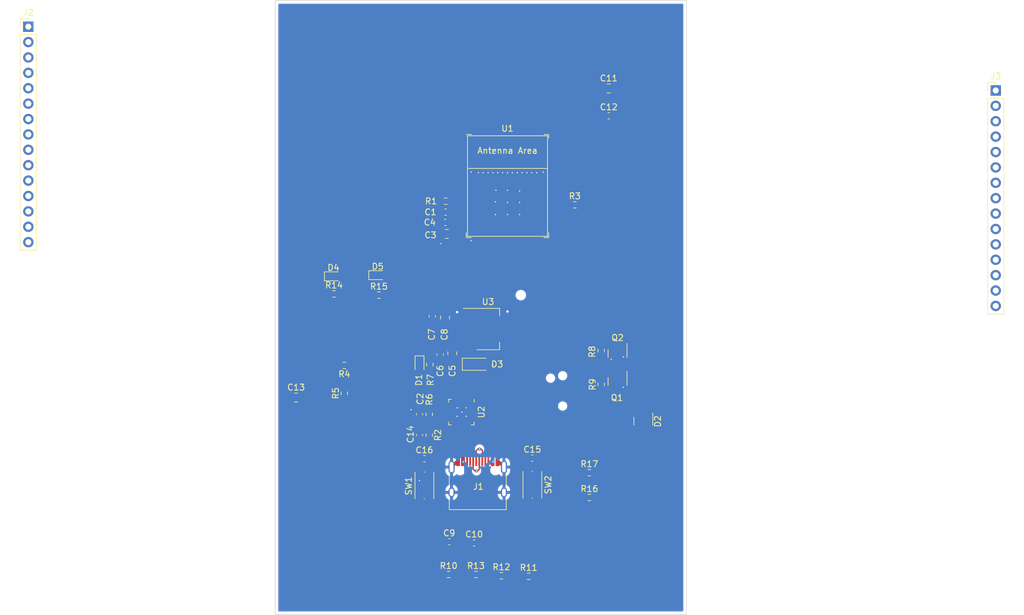
<source format=kicad_pcb>
(kicad_pcb (version 20211014) (generator pcbnew)
  (layers (0 "F.Cu" signal) (31 "B.Cu" signal) (34 "B.Paste" user) (35 "F.Paste" user) (36 "B.SilkS" user "B.Silkscreen") (37 "F.SilkS" user "F.Silkscreen") (38 "B.Mask" user) (39 "F.Mask" user) (44 "Edge.Cuts" user))
  (net 0 "")
  (net 1 "/CHIP_PU")
  (net 2 "Earth")
  (net 3 "Net-(R5-Pad2)")
  (net 4 "VDD_3V3")
  (net 5 "VDD_5V")
  (net 6 "/GPIO18")
  (net 7 "/GPIO19")
  (net 8 "VBUS_5V")
  (net 9 "/GPIO9")
  (net 10 "Net-(D1-Pad2)")
  (net 11 "/D-")
  (net 12 "/D+")
  (net 13 "Net-(D4-Pad1)")
  (net 14 "Net-(D4-Pad2)")
  (net 15 "Net-(D5-Pad1)")
  (net 16 "Net-(D5-Pad2)")
  (net 17 "Net-(J1-PadA5)")
  (net 18 "Net-(J1-PadB5)")
  (net 19 "/GPIO2")
  (net 20 "/GPIO3")
  (net 21 "/GPIO0")
  (net 23 "/GPIO1")
  (net 24 "/GPIO10")
  (net 25 "/U0TXD")
  (net 27 "/U0RXD")
  (net 28 "/GPIO8")
  (net 29 "/GPIO7")
  (net 30 "/GPIO6")
  (net 31 "/GPIO5")
  (net 32 "/GPIO4")
  (net 33 "Net-(Q1-Pad1)")
  (net 34 "/RTS")
  (net 35 "Net-(Q2-Pad1)")
  (net 36 "/DTR")
  (net 37 "Net-(R2-Pad2)")
  (net 38 "Net-(R4-Pad1)")
  (net 39 "/USB_DN")
  (net 40 "/USB_DP")
  (footprint "Diode_SMD:D_0603_1608Metric" (layer "F.Cu") (at 106.1 74.7)
    (fp_text reference "D4" (at 0 -1.43) (layer "F.SilkS"))
    (fp_text value "RX_LED")
    (pad "1" smd roundrect (at -0.7875 0) (size 0.875 0.95) (layers "F.Cu" "F.Paste" "F.Mask") (net 13 "Net-(D4-Pad1)"))
    (pad "2" smd roundrect (at 0.7875 0) (size 0.875 0.95) (layers "F.Cu" "F.Paste" "F.Mask") (net 14 "Net-(D4-Pad2)"))
  )
  (footprint "Resistor_SMD:R_0603_1608Metric" (layer "F.Cu") (at 133.8 124.1)
    (fp_text reference "R12" (at 0 -1.43) (layer "F.SilkS"))
    (fp_text value "0")
    (pad "1" smd roundrect (at -0.825 0) (size 0.8 0.95) (layers "F.Cu" "F.Paste" "F.Mask") (net 12 "/D+"))
    (pad "2" smd roundrect (at 0.825 0) (size 0.8 0.95) (layers "F.Cu" "F.Paste" "F.Mask") (net 7 "/GPIO19"))
  )
  (footprint "Capacitor_SMD:C_0603_1608Metric" (layer "F.Cu") (at 124.55 65.8 180)
    (fp_text reference "C4" (at 2.55 0) (layer "F.SilkS"))
    (fp_text value "0.1uF")
    (pad "1" smd roundrect (at -0.775 0 180) (size 0.9 0.95) (layers "F.Cu" "F.Paste" "F.Mask") (net 4 "VDD_3V3"))
    (pad "2" smd roundrect (at 0.775 0 180) (size 0.9 0.95) (layers "F.Cu" "F.Paste" "F.Mask") (net 2 "Earth"))
  )
  (footprint "Resistor_SMD:R_0603_1608Metric" (layer "F.Cu") (at 121.9 100.9 -90)
    (fp_text reference "R2" (at 0 -1.43 90) (layer "F.SilkS"))
    (fp_text value "1k")
    (pad "1" smd roundrect (at -0.825 0 270) (size 0.8 0.95) (layers "F.Cu" "F.Paste" "F.Mask") (net 4 "VDD_3V3"))
    (pad "2" smd roundrect (at 0.825 0 270) (size 0.8 0.95) (layers "F.Cu" "F.Paste" "F.Mask") (net 37 "Net-(R2-Pad2)"))
  )
  (footprint "Capacitor_SMD:C_0603_1608Metric" (layer "F.Cu") (at 121.1 104.8)
    (fp_text reference "C16" (at 0 -1.43) (layer "F.SilkS"))
    (fp_text value "0.1uF")
    (pad "1" smd roundrect (at -0.775 0) (size 0.9 0.95) (layers "F.Cu" "F.Paste" "F.Mask") (net 2 "Earth"))
    (pad "2" smd roundrect (at 0.775 0) (size 0.9 0.95) (layers "F.Cu" "F.Paste" "F.Mask") (net 9 "/GPIO9"))
  )
  (footprint "Package_TO_SOT_SMD:SOT-23" (layer "F.Cu") (at 152.95 92.0375 -90)
    (fp_text reference "Q1" (at 2.7 0.1) (layer "F.SilkS"))
    (fp_text value "MMSS8050")
    (pad "1" smd roundrect (at -0.9375 -0.95 270) (size 1.475 0.6) (layers "F.Cu" "F.Paste" "F.Mask") (net 33 "Net-(Q1-Pad1)"))
    (pad "2" smd roundrect (at -0.9375 0.95 270) (size 1.475 0.6) (layers "F.Cu" "F.Paste" "F.Mask") (net 34 "/RTS"))
    (pad "3" smd roundrect (at 0.9375 0 270) (size 1.475 0.6) (layers "F.Cu" "F.Paste" "F.Mask") (net 1 "/CHIP_PU"))
  )
  (footprint "Connector_USB:USB_C_Receptacle_HRO_TYPE-C-31-M-12" (layer "F.Cu") (at 129.9 109.3)
    (fp_text reference "J1" (at 0.1 0.1) (layer "F.SilkS"))
    (fp_text value "USB_C_Receptacle_USB2.0")
    (pad "" np_thru_hole circle (at -2.89 -2.6) (size 0.65 0.65) (drill 0.65) (layers *.Cu *.Mask))
    (pad "" np_thru_hole circle (at 2.89 -2.6) (size 0.65 0.65) (drill 0.65) (layers *.Cu *.Mask))
    (pad "A1" smd rect (at -3.25 -4.045) (size 0.6 1.45) (layers "F.Cu" "F.Paste" "F.Mask") (net 2 "Earth"))
    (pad "A4" smd rect (at -2.45 -4.045) (size 0.6 1.45) (layers "F.Cu" "F.Paste" "F.Mask") (net 8 "VBUS_5V"))
    (pad "A5" smd rect (at -1.25 -4.045) (size 0.3 1.45) (layers "F.Cu" "F.Paste" "F.Mask") (net 17 "Net-(J1-PadA5)"))
    (pad "A6" smd rect (at -0.25 -4.045) (size 0.3 1.45) (layers "F.Cu" "F.Paste" "F.Mask") (net 12 "/D+"))
    (pad "A7" smd rect (at 0.25 -4.045) (size 0.3 1.45) (layers "F.Cu" "F.Paste" "F.Mask") (net 11 "/D-"))
    (pad "A8" smd rect (at 1.25 -4.045) (size 0.3 1.45) (layers "F.Cu" "F.Paste" "F.Mask"))
    (pad "A9" smd rect (at 2.45 -4.045) (size 0.6 1.45) (layers "F.Cu" "F.Paste" "F.Mask") (net 8 "VBUS_5V"))
    (pad "A12" smd rect (at 3.25 -4.045) (size 0.6 1.45) (layers "F.Cu" "F.Paste" "F.Mask") (net 2 "Earth"))
    (pad "B1" smd rect (at 3.25 -4.045) (size 0.6 1.45) (layers "F.Cu" "F.Paste" "F.Mask") (net 2 "Earth"))
    (pad "B4" smd rect (at 2.45 -4.045) (size 0.6 1.45) (layers "F.Cu" "F.Paste" "F.Mask") (net 8 "VBUS_5V"))
    (pad "B5" smd rect (at 1.75 -4.045) (size 0.3 1.45) (layers "F.Cu" "F.Paste" "F.Mask") (net 18 "Net-(J1-PadB5)"))
    (pad "B6" smd rect (at 0.75 -4.045) (size 0.3 1.45) (layers "F.Cu" "F.Paste" "F.Mask") (net 12 "/D+"))
    (pad "B7" smd rect (at -0.75 -4.045) (size 0.3 1.45) (layers "F.Cu" "F.Paste" "F.Mask") (net 11 "/D-"))
    (pad "B8" smd rect (at -1.75 -4.045) (size 0.3 1.45) (layers "F.Cu" "F.Paste" "F.Mask"))
    (pad "B9" smd rect (at -2.45 -4.045) (size 0.6 1.45) (layers "F.Cu" "F.Paste" "F.Mask") (net 8 "VBUS_5V"))
    (pad "B12" smd rect (at -3.25 -4.045) (size 0.6 1.45) (layers "F.Cu" "F.Paste" "F.Mask") (net 2 "Earth"))
    (pad "S1" thru_hole oval (at 4.32 1.05) (size 1 1.6) (drill oval 0.6 1.2) (layers *.Cu *.Mask) (net 2 "Earth"))
    (pad "S1" thru_hole oval (at -4.32 1.05) (size 1 1.6) (drill oval 0.6 1.2) (layers *.Cu *.Mask) (net 2 "Earth"))
    (pad "S1" thru_hole oval (at 4.32 -3.13) (size 1 2.1) (drill oval 0.6 1.7) (layers *.Cu *.Mask) (net 2 "Earth"))
    (pad "S1" thru_hole oval (at -4.32 -3.13) (size 1 2.1) (drill oval 0.6 1.7) (layers *.Cu *.Mask) (net 2 "Earth"))
  )
  (footprint "Diode_SMD:D_0603_1608Metric" (layer "F.Cu") (at 113.4125 74.5)
    (fp_text reference "D5" (at 0 -1.43) (layer "F.SilkS"))
    (fp_text value "TX_LED")
    (pad "1" smd roundrect (at -0.7875 0) (size 0.875 0.95) (layers "F.Cu" "F.Paste" "F.Mask") (net 15 "Net-(D5-Pad1)"))
    (pad "2" smd roundrect (at 0.7875 0) (size 0.875 0.95) (layers "F.Cu" "F.Paste" "F.Mask") (net 16 "Net-(D5-Pad2)"))
  )
  (footprint "Package_DFN_QFN:QFN-24-1EP_4x4mm_P0.5mm_EP2.6x2.6mm" (layer "F.Cu") (at 127.2 97.1 -90)
    (fp_text reference "U2" (at 0 -3.3 90) (layer "F.SilkS"))
    (fp_text value "CP2102N-Axx-xQFN24")
    (pad "1" smd roundrect (at -1.9375 -1.25 270) (size 0.825 0.25) (layers "F.Cu" "F.Paste" "F.Mask"))
    (pad "2" smd roundrect (at -1.9375 -0.75 270) (size 0.825 0.25) (layers "F.Cu" "F.Paste" "F.Mask") (net 2 "Earth"))
    (pad "3" smd roundrect (at -1.9375 -0.25 270) (size 0.825 0.25) (layers "F.Cu" "F.Paste" "F.Mask") (net 40 "/USB_DP"))
    (pad "4" smd roundrect (at -1.9375 0.25 270) (size 0.825 0.25) (layers "F.Cu" "F.Paste" "F.Mask") (net 39 "/USB_DN"))
    (pad "5" smd roundrect (at -1.9375 0.75 270) (size 0.825 0.25) (layers "F.Cu" "F.Paste" "F.Mask") (net 4 "VDD_3V3"))
    (pad "6" smd roundrect (at -1.9375 1.25 270) (size 0.825 0.25) (layers "F.Cu" "F.Paste" "F.Mask") (net 4 "VDD_3V3"))
    (pad "7" smd roundrect (at -1.25 1.9375 270) (size 0.25 0.825) (layers "F.Cu" "F.Paste" "F.Mask") (net 8 "VBUS_5V"))
    (pad "8" smd roundrect (at -0.75 1.9375 270) (size 0.25 0.825) (layers "F.Cu" "F.Paste" "F.Mask") (net 3 "Net-(R5-Pad2)"))
    (pad "9" smd roundrect (at -0.25 1.9375 270) (size 0.25 0.825) (layers "F.Cu" "F.Paste" "F.Mask") (net 37 "Net-(R2-Pad2)"))
    (pad "10" smd roundrect (at 0.25 1.9375 270) (size 0.25 0.825) (layers "F.Cu" "F.Paste" "F.Mask"))
    (pad "11" smd roundrect (at 0.75 1.9375 270) (size 0.25 0.825) (layers "F.Cu" "F.Paste" "F.Mask"))
    (pad "12" smd roundrect (at 1.25 1.9375 270) (size 0.25 0.825) (layers "F.Cu" "F.Paste" "F.Mask"))
    (pad "13" smd roundrect (at 1.9375 1.25 270) (size 0.825 0.25) (layers "F.Cu" "F.Paste" "F.Mask") (net 13 "Net-(D4-Pad1)"))
    (pad "14" smd roundrect (at 1.9375 0.75 270) (size 0.825 0.25) (layers "F.Cu" "F.Paste" "F.Mask") (net 15 "Net-(D5-Pad1)"))
    (pad "15" smd roundrect (at 1.9375 0.25 270) (size 0.825 0.25) (layers "F.Cu" "F.Paste" "F.Mask") (net 38 "Net-(R4-Pad1)"))
    (pad "16" smd roundrect (at 1.9375 -0.25 270) (size 0.825 0.25) (layers "F.Cu" "F.Paste" "F.Mask"))
    (pad "17" smd roundrect (at 1.9375 -0.75 270) (size 0.825 0.25) (layers "F.Cu" "F.Paste" "F.Mask"))
    (pad "18" smd roundrect (at 1.9375 -1.25 270) (size 0.825 0.25) (layers "F.Cu" "F.Paste" "F.Mask"))
    (pad "19" smd roundrect (at 1.25 -1.9375 270) (size 0.25 0.825) (layers "F.Cu" "F.Paste" "F.Mask") (net 34 "/RTS"))
    (pad "20" smd roundrect (at 0.75 -1.9375 270) (size 0.25 0.825) (layers "F.Cu" "F.Paste" "F.Mask") (net 25 "/U0TXD"))
    (pad "21" smd roundrect (at 0.25 -1.9375 270) (size 0.25 0.825) (layers "F.Cu" "F.Paste" "F.Mask") (net 27 "/U0RXD"))
    (pad "22" smd roundrect (at -0.25 -1.9375 270) (size 0.25 0.825) (layers "F.Cu" "F.Paste" "F.Mask"))
    (pad "23" smd roundrect (at -0.75 -1.9375 270) (size 0.25 0.825) (layers "F.Cu" "F.Paste" "F.Mask") (net 36 "/DTR"))
    (pad "24" smd roundrect (at -1.25 -1.9375 270) (size 0.25 0.825) (layers "F.Cu" "F.Paste" "F.Mask"))
    (pad "25" smd rect (at 0 0 270) (size 2.6 2.6) (layers "F.Cu" "F.Mask") (net 2 "Earth"))
  )
  (footprint "Diode_SMD:D_SOD-123" (layer "F.Cu") (at 129.6 89.2)
    (fp_text reference "D3" (at 3.5 0) (layer "F.SilkS"))
    (fp_text value "SS1040")
    (pad "1" smd rect (at -1.65 0) (size 0.9 1.2) (layers "F.Cu" "F.Paste" "F.Mask") (net 5 "VDD_5V"))
    (pad "2" smd rect (at 1.65 0) (size 0.9 1.2) (layers "F.Cu" "F.Paste" "F.Mask") (net 8 "VBUS_5V"))
  )
  (footprint "Capacitor_SMD:C_0805_2012Metric" (layer "F.Cu") (at 151.5 43.7)
    (fp_text reference "C11" (at 0 -1.68) (layer "F.SilkS"))
    (fp_text value "10uF")
    (pad "1" smd roundrect (at -0.95 0) (size 1 1.45) (layers "F.Cu" "F.Paste" "F.Mask") (net 8 "VBUS_5V"))
    (pad "2" smd roundrect (at 0.95 0) (size 1 1.45) (layers "F.Cu" "F.Paste" "F.Mask") (net 2 "Earth"))
  )
  (footprint "Diode_SMD:D_0603_1608Metric" (layer "F.Cu") (at 120.3 89.3125 -90)
    (fp_text reference "D1" (at 2.4875 0.1 90) (layer "F.SilkS"))
    (fp_text value "PWR_LED")
    (pad "1" smd roundrect (at -0.7875 0 270) (size 0.875 0.95) (layers "F.Cu" "F.Paste" "F.Mask") (net 2 "Earth"))
    (pad "2" smd roundrect (at 0.7875 0 270) (size 0.875 0.95) (layers "F.Cu" "F.Paste" "F.Mask") (net 10 "Net-(D1-Pad2)"))
  )
  (footprint "Capacitor_SMD:C_0603_1608Metric" (layer "F.Cu") (at 125.2 118.5)
    (fp_text reference "C9" (at 0 -1.43) (layer "F.SilkS"))
    (fp_text value "22pF")
    (pad "1" smd roundrect (at -0.775 0) (size 0.9 0.95) (layers "F.Cu" "F.Paste" "F.Mask") (net 6 "/GPIO18"))
    (pad "2" smd roundrect (at 0.775 0) (size 0.9 0.95) (layers "F.Cu" "F.Paste" "F.Mask") (net 2 "Earth"))
  )
  (footprint "Resistor_SMD:R_0603_1608Metric" (layer "F.Cu") (at 107.9 89.4 180)
    (fp_text reference "R4" (at 0 -1.43) (layer "F.SilkS"))
    (fp_text value "10k")
    (pad "1" smd roundrect (at -0.825 0 180) (size 0.8 0.95) (layers "F.Cu" "F.Paste" "F.Mask") (net 38 "Net-(R4-Pad1)"))
    (pad "2" smd roundrect (at 0.825 0 180) (size 0.8 0.95) (layers "F.Cu" "F.Paste" "F.Mask") (net 2 "Earth"))
  )
  (footprint "Espressif:ESP32-C3-MINI-1" (layer "F.Cu") (at 134.8 62.5)
    (fp_text reference "U1" (at 0 -12.2) (layer "F.SilkS"))
    (fp_text value "ESP32-C3-MINI-1")
    (fp_text user "Antenna Area" (at 0 -8.55) (layer "F.SilkS"))
    (pad "1" smd rect (at -5.9 -4 90) (size 0.4 0.8) (layers "F.Cu" "F.Paste" "F.Mask") (net 2 "Earth"))
    (pad "2" smd rect (at -5.9 -3.2 90) (size 0.4 0.8) (layers "F.Cu" "F.Paste" "F.Mask") (net 2 "Earth"))
    (pad "3" smd rect (at -5.9 -2.4 90) (size 0.4 0.8) (layers "F.Cu" "F.Paste" "F.Mask") (net 4 "VDD_3V3"))
    (pad "4" smd rect (at -5.9 -1.6 90) (size 0.4 0.8) (layers "F.Cu" "F.Paste" "F.Mask"))
    (pad "5" smd rect (at -5.9 -0.8 90) (size 0.4 0.8) (layers "F.Cu" "F.Paste" "F.Mask") (net 19 "/GPIO2"))
    (pad "6" smd rect (at -5.9 0 90) (size 0.4 0.8) (layers "F.Cu" "F.Paste" "F.Mask") (net 20 "/GPIO3"))
    (pad "7" smd rect (at -5.9 0.8 90) (size 0.4 0.8) (layers "F.Cu" "F.Paste" "F.Mask"))
    (pad "8" smd rect (at -5.9 1.6 90) (size 0.4 0.8) (layers "F.Cu" "F.Paste" "F.Mask") (net 1 "/CHIP_PU"))
    (pad "9" smd rect (at -5.9 2.4 90) (size 0.4 0.8) (layers "F.Cu" "F.Paste" "F.Mask"))
    (pad "10" smd rect (at -5.9 3.2 90) (size 0.4 0.8) (layers "F.Cu" "F.Paste" "F.Mask"))
    (pad "11" smd rect (at -5.9 4 90) (size 0.4 0.8) (layers "F.Cu" "F.Paste" "F.Mask") (net 2 "Earth"))
    (pad "12" smd rect (at -4.8 4.9) (size 0.4 0.8) (layers "F.Cu" "F.Paste" "F.Mask") (net 21 "/GPIO0"))
    (pad "13" smd rect (at -4 4.9) (size 0.4 0.8) (layers "F.Cu" "F.Paste" "F.Mask") (net 23 "/GPIO1"))
    (pad "14" smd rect (at -3.2 4.9) (size 0.4 0.8) (layers "F.Cu" "F.Paste" "F.Mask") (net 2 "Earth"))
    (pad "15" smd rect (at -2.4 4.9) (size 0.4 0.8) (layers "F.Cu" "F.Paste" "F.Mask"))
    (pad "16" smd rect (at -1.6 4.9) (size 0.4 0.8) (layers "F.Cu" "F.Paste" "F.Mask") (net 24 "/GPIO10"))
    (pad "17" smd rect (at -0.8 4.9) (size 0.4 0.8) (layers "F.Cu" "F.Paste" "F.Mask"))
    (pad "18" smd rect (at 0 4.9) (size 0.4 0.8) (layers "F.Cu" "F.Paste" "F.Mask") (net 32 "/GPIO4"))
    (pad "19" smd rect (at 0.8 4.9) (size 0.4 0.8) (layers "F.Cu" "F.Paste" "F.Mask") (net 31 "/GPIO5"))
    (pad "20" smd rect (at 1.6 4.9) (size 0.4 0.8) (layers "F.Cu" "F.Paste" "F.Mask") (net 30 "/GPIO6"))
    (pad "21" smd rect (at 2.4 4.9) (size 0.4 0.8) (layers "F.Cu" "F.Paste" "F.Mask") (net 29 "/GPIO7"))
    (pad "22" smd rect (at 3.2 4.9) (size 0.4 0.8) (layers "F.Cu" "F.Paste" "F.Mask") (net 28 "/GPIO8"))
    (pad "23" smd rect (at 4 4.9) (size 0.4 0.8) (layers "F.Cu" "F.Paste" "F.Mask") (net 9 "/GPIO9"))
    (pad "24" smd rect (at 4.8 4.9) (size 0.4 0.8) (layers "F.Cu" "F.Paste" "F.Mask"))
    (pad "25" smd rect (at 5.9 4 90) (size 0.4 0.8) (layers "F.Cu" "F.Paste" "F.Mask"))
    (pad "26" smd rect (at 5.9 3.2 90) (size 0.4 0.8) (layers "F.Cu" "F.Paste" "F.Mask") (net 6 "/GPIO18"))
    (pad "27" smd rect (at 5.9 2.4 90) (size 0.4 0.8) (layers "F.Cu" "F.Paste" "F.Mask") (net 7 "/GPIO19"))
    (pad "28" smd rect (at 5.9 1.6 90) (size 0.4 0.8) (layers "F.Cu" "F.Paste" "F.Mask"))
    (pad "29" smd rect (at 5.9 0.8 90) (size 0.4 0.8) (layers "F.Cu" "F.Paste" "F.Mask"))
    (pad "30" smd rect (at 5.9 0 90) (size 0.4 0.8) (layers "F.Cu" "F.Paste" "F.Mask") (net 27 "/U0RXD"))
    (pad "31" smd rect (at 5.9 -0.8 90) (size 0.4 0.8) (layers "F.Cu" "F.Paste" "F.Mask") (net 25 "/U0TXD"))
    (pad "32" smd rect (at 5.9 -1.6 90) (size 0.4 0.8) (layers "F.Cu" "F.Paste" "F.Mask"))
    (pad "33" smd rect (at 5.9 -2.4 90) (size 0.4 0.8) (layers "F.Cu" "F.Paste" "F.Mask"))
    (pad "34" smd rect (at 5.9 -3.2 90) (size 0.4 0.8) (layers "F.Cu" "F.Paste" "F.Mask"))
    (pad "35" smd rect (at 5.9 -4 90) (size 0.4 0.8) (layers "F.Cu" "F.Paste" "F.Mask"))
    (pad "36" smd rect (at -1.975 1.975 90) (size 1.45 1.45) (layers "F.Cu" "F.Paste" "F.Mask") (net 2 "Earth"))
    (pad "36" smd rect (at 1.975 0 90) (size 1.45 1.45) (layers "F.Cu" "F.Paste" "F.Mask") (net 2 "Earth"))
    (pad "36" smd rect (at 0 1.975 90) (size 1.45 1.45) (layers "F.Cu" "F.Paste" "F.Mask") (net 2 "Earth"))
    (pad "36" smd rect (at 4 -4.9) (size 0.4 0.8) (layers "F.Cu" "F.Paste" "F.Mask") (net 2 "Earth"))
    (pad "36" smd rect (at 5.95 4.95 90) (size 0.7 0.7) (layers "F.Cu" "F.Paste" "F.Mask") (net 2 "Earth"))
    (pad "36" smd rect (at -5.95 -4.95 90) (size 0.7 0.7) (layers "F.Cu" "F.Paste" "F.Mask") (net 2 "Earth"))
    (pad "36" smd rect (at 4.8 -4.9) (size 0.4 0.8) (layers "F.Cu" "F.Paste" "F.Mask") (net 2 "Earth"))
    (pad "36" smd rect (at 1.975 1.975 90) (size 1.45 1.45) (layers "F.Cu" "F.Paste" "F.Mask") (net 2 "Earth"))
    (pad "36" smd rect (at 1.975 -1.975 90) (size 1.45 1.45) (layers "F.Cu" "F.Paste" "F.Mask") (net 2 "Earth"))
    (pad "36" smd rect (at 0.8 -4.9) (size 0.4 0.8) (layers "F.Cu" "F.Paste" "F.Mask") (net 2 "Earth"))
    (pad "36" smd rect (at 1.6 -4.9) (size 0.4 0.8) (layers "F.Cu" "F.Paste" "F.Mask") (net 2 "Earth"))
    (pad "36" smd rect (at -3.2 -4.9) (size 0.4 0.8) (layers "F.Cu" "F.Paste" "F.Mask") (net 2 "Earth"))
    (pad "36" smd rect (at -2.4 -4.9) (size 0.4 0.8) (layers "F.Cu" "F.Paste" "F.Mask") (net 2 "Earth"))
    (pad "36" smd rect (at 0 0 90) (size 1.45 1.45) (layers "F.Cu" "F.Paste" "F.Mask") (net 2 "Earth"))
    (pad "36" smd custom (at -1.975 -1.975) (size 0.8 0.8) (layers "F.Cu" "F.Paste" "F.Mask") (net 2 "Earth") (options (clearance outline) (anchor rect)) (primitives (gr_poly (pts (xy 0.725 0.725) (xy -0.725 0.725) (xy -0.725 -0.125) (xy -0.125 -0.725) (xy 0.725 -0.725)) (width 0) (fill yes))))
    (pad "36" smd rect (at 3.2 -4.9) (size 0.4 0.8) (layers "F.Cu" "F.Paste" "F.Mask") (net 2 "Earth"))
    (pad "36" smd rect (at -4.8 -4.9) (size 0.4 0.8) (layers "F.Cu" "F.Paste" "F.Mask") (net 2 "Earth"))
    (pad "36" smd rect (at 0 -1.975 90) (size 1.45 1.45) (layers "F.Cu" "F.Paste" "F.Mask") (net 2 "Earth"))
    (pad "36" smd rect (at 0 -4.9) (size 0.4 0.8) (layers "F.Cu" "F.Paste" "F.Mask") (net 2 "Earth"))
    (pad "36" smd rect (at -5.95 4.95 90) (size 0.7 0.7) (layers "F.Cu" "F.Paste" "F.Mask") (net 2 "Earth"))
    (pad "36" smd rect (at -0.8 -4.9) (size 0.4 0.8) (layers "F.Cu" "F.Paste" "F.Mask") (net 2 "Earth"))
    (pad "36" smd rect (at -4 -4.9) (size 0.4 0.8) (layers "F.Cu" "F.Paste" "F.Mask") (net 2 "Earth"))
    (pad "36" smd rect (at 2.4 -4.9) (size 0.4 0.8) (layers "F.Cu" "F.Paste" "F.Mask") (net 2 "Earth"))
    (pad "36" smd rect (at 5.95 -4.95 90) (size 0.7 0.7) (layers "F.Cu" "F.Paste" "F.Mask") (net 2 "Earth"))
    (pad "36" smd rect (at -1.6 -4.9) (size 0.4 0.8) (layers "F.Cu" "F.Paste" "F.Mask") (net 2 "Earth"))
    (pad "36" smd rect (at -1.975 0 90) (size 1.45 1.45) (layers "F.Cu" "F.Paste" "F.Mask") (net 2 "Earth"))
  )
  (footprint "Capacitor_SMD:C_0603_1608Metric" (layer "F.Cu") (at 151.5 48.2)
    (fp_text reference "C12" (at 0 -1.43) (layer "F.SilkS"))
    (fp_text value "0.1uF")
    (pad "1" smd roundrect (at -0.775 0) (size 0.9 0.95) (layers "F.Cu" "F.Paste" "F.Mask") (net 8 "VBUS_5V"))
    (pad "2" smd roundrect (at 0.775 0) (size 0.9 0.95) (layers "F.Cu" "F.Paste" "F.Mask") (net 2 "Earth"))
  )
  (footprint "Capacitor_SMD:C_0805_2012Metric" (layer "F.Cu") (at 99.95 94.7)
    (fp_text reference "C13" (at 0 -1.68) (layer "F.SilkS"))
    (fp_text value "10uF")
    (pad "1" smd roundrect (at -0.95 0) (size 1 1.45) (layers "F.Cu" "F.Paste" "F.Mask") (net 4 "VDD_3V3"))
    (pad "2" smd roundrect (at 0.95 0) (size 1 1.45) (layers "F.Cu" "F.Paste" "F.Mask") (net 2 "Earth"))
  )
  (footprint "Capacitor_SMD:C_0805_2012Metric" (layer "F.Cu") (at 124.8 67.7 180)
    (fp_text reference "C3" (at 2.7 -0.2) (layer "F.SilkS"))
    (fp_text value "10uF")
    (pad "1" smd roundrect (at -0.95 0 180) (size 1 1.45) (layers "F.Cu" "F.Paste" "F.Mask") (net 4 "VDD_3V3"))
    (pad "2" smd roundrect (at 0.95 0 180) (size 1 1.45) (layers "F.Cu" "F.Paste" "F.Mask") (net 2 "Earth"))
  )
  (footprint "Capacitor_SMD:C_0603_1608Metric" (layer "F.Cu") (at 129.3 118.7)
    (fp_text reference "C10" (at 0 -1.43) (layer "F.SilkS"))
    (fp_text value "22pF")
    (pad "1" smd roundrect (at -0.775 0) (size 0.9 0.95) (layers "F.Cu" "F.Paste" "F.Mask") (net 7 "/GPIO19"))
    (pad "2" smd roundrect (at 0.775 0) (size 0.9 0.95) (layers "F.Cu" "F.Paste" "F.Mask") (net 2 "Earth"))
  )
  (footprint "Resistor_SMD:R_0603_1608Metric" (layer "F.Cu") (at 145.9 62.9)
    (fp_text reference "R3" (at 0 -1.43) (layer "F.SilkS"))
    (fp_text value "10k")
    (pad "1" smd roundrect (at -0.825 0) (size 0.8 0.95) (layers "F.Cu" "F.Paste" "F.Mask") (net 4 "VDD_3V3"))
    (pad "2" smd roundrect (at 0.825 0) (size 0.8 0.95) (layers "F.Cu" "F.Paste" "F.Mask") (net 28 "/GPIO8"))
  )
  (footprint "Resistor_SMD:R_0603_1608Metric" (layer "F.Cu") (at 150.25 92.5375 90)
    (fp_text reference "R9" (at 0 -1.43 90) (layer "F.SilkS"))
    (fp_text value "10k")
    (pad "1" smd roundrect (at -0.825 0 90) (size 0.8 0.95) (layers "F.Cu" "F.Paste" "F.Mask") (net 34 "/RTS"))
    (pad "2" smd roundrect (at 0.825 0 90) (size 0.8 0.95) (layers "F.Cu" "F.Paste" "F.Mask") (net 35 "Net-(Q2-Pad1)"))
  )
  (footprint "Connector_PinHeader_2.54mm:PinHeader_1x15_P2.54mm_Vertical" (layer "F.Cu") (at 215.3 44.025)
    (fp_text reference "J3" (at 0 -2.33) (layer "F.SilkS"))
    (fp_text value "Conn_01x15")
    (pad "1" thru_hole rect (at 0 0) (size 1.7 1.7) (drill 1) (layers *.Cu *.Mask) (net 2 "Earth"))
    (pad "2" thru_hole oval (at 0 2.54) (size 1.7 1.7) (drill 1) (layers *.Cu *.Mask) (net 25 "/U0TXD"))
    (pad "3" thru_hole oval (at 0 5.08) (size 1.7 1.7) (drill 1) (layers *.Cu *.Mask) (net 27 "/U0RXD"))
    (pad "4" thru_hole oval (at 0 7.62) (size 1.7 1.7) (drill 1) (layers *.Cu *.Mask) (net 2 "Earth"))
    (pad "5" thru_hole oval (at 0 10.16) (size 1.7 1.7) (drill 1) (layers *.Cu *.Mask) (net 9 "/GPIO9"))
    (pad "6" thru_hole oval (at 0 12.7) (size 1.7 1.7) (drill 1) (layers *.Cu *.Mask) (net 28 "/GPIO8"))
    (pad "7" thru_hole oval (at 0 15.24) (size 1.7 1.7) (drill 1) (layers *.Cu *.Mask) (net 2 "Earth"))
    (pad "8" thru_hole oval (at 0 17.78) (size 1.7 1.7) (drill 1) (layers *.Cu *.Mask) (net 29 "/GPIO7"))
    (pad "9" thru_hole oval (at 0 20.32) (size 1.7 1.7) (drill 1) (layers *.Cu *.Mask) (net 30 "/GPIO6"))
    (pad "10" thru_hole oval (at 0 22.86) (size 1.7 1.7) (drill 1) (layers *.Cu *.Mask) (net 31 "/GPIO5"))
    (pad "11" thru_hole oval (at 0 25.4) (size 1.7 1.7) (drill 1) (layers *.Cu *.Mask) (net 32 "/GPIO4"))
    (pad "12" thru_hole oval (at 0 27.94) (size 1.7 1.7) (drill 1) (layers *.Cu *.Mask) (net 2 "Earth"))
    (pad "13" thru_hole oval (at 0 30.48) (size 1.7 1.7) (drill 1) (layers *.Cu *.Mask) (net 6 "/GPIO18"))
    (pad "14" thru_hole oval (at 0 33.02) (size 1.7 1.7) (drill 1) (layers *.Cu *.Mask) (net 7 "/GPIO19"))
    (pad "15" thru_hole oval (at 0 35.56) (size 1.7 1.7) (drill 1) (layers *.Cu *.Mask) (net 2 "Earth"))
  )
  (footprint "Resistor_SMD:R_0603_1608Metric" (layer "F.Cu") (at 148.3 111.2)
    (fp_text reference "R16" (at 0 -1.43) (layer "F.SilkS"))
    (fp_text value "4.7k")
    (pad "1" smd roundrect (at -0.825 0) (size 0.8 0.95) (layers "F.Cu" "F.Paste" "F.Mask") (net 17 "Net-(J1-PadA5)"))
    (pad "2" smd roundrect (at 0.825 0) (size 0.8 0.95) (layers "F.Cu" "F.Paste" "F.Mask") (net 2 "Earth"))
  )
  (footprint "Capacitor_SMD:C_0805_2012Metric" (layer "F.Cu") (at 125.7 87.4 90)
    (fp_text reference "C5" (at -2.9 0 90) (layer "F.SilkS"))
    (fp_text value "10uF")
    (pad "1" smd roundrect (at -0.95 0 90) (size 1 1.45) (layers "F.Cu" "F.Paste" "F.Mask") (net 5 "VDD_5V"))
    (pad "2" smd roundrect (at 0.95 0 90) (size 1 1.45) (layers "F.Cu" "F.Paste" "F.Mask") (net 2 "Earth"))
  )
  (footprint "Resistor_SMD:R_0603_1608Metric" (layer "F.Cu") (at 121.9 97.475 90)
    (fp_text reference "R6" (at 2.45 0 90) (layer "F.SilkS"))
    (fp_text value "47.5k")
    (pad "1" smd roundrect (at -0.825 0 90) (size 0.8 0.95) (layers "F.Cu" "F.Paste" "F.Mask") (net 3 "Net-(R5-Pad2)"))
    (pad "2" smd roundrect (at 0.825 0 90) (size 0.8 0.95) (layers "F.Cu" "F.Paste" "F.Mask") (net 2 "Earth"))
  )
  (footprint "Package_TO_SOT_SMD:SOT-23" (layer "F.Cu") (at 152.95 87.4375 -90)
    (fp_text reference "Q2" (at -2.6 0) (layer "F.SilkS"))
    (fp_text value "MMSS8050")
    (pad "1" smd roundrect (at -0.9375 -0.95 270) (size 1.475 0.6) (layers "F.Cu" "F.Paste" "F.Mask") (net 35 "Net-(Q2-Pad1)"))
    (pad "2" smd roundrect (at -0.9375 0.95 270) (size 1.475 0.6) (layers "F.Cu" "F.Paste" "F.Mask") (net 36 "/DTR"))
    (pad "3" smd roundrect (at 0.9375 0 270) (size 1.475 0.6) (layers "F.Cu" "F.Paste" "F.Mask") (net 9 "/GPIO9"))
  )
  (footprint "Package_TO_SOT_SMD:SOT-143" (layer "F.Cu") (at 157.2 98.6 -90)
    (fp_text reference "D2" (at 0.02 -2.38 90) (layer "F.SilkS"))
    (fp_text value "SP0503BAHT")
    (pad "1" smd rect (at -1 -0.75 270) (size 0.7 1) (layers "F.Cu" "F.Paste" "F.Mask") (net 2 "Earth"))
    (pad "2" smd rect (at -1 0.95 270) (size 0.7 0.6) (layers "F.Cu" "F.Paste" "F.Mask") (net 8 "VBUS_5V"))
    (pad "3" smd rect (at 1 0.95 270) (size 0.7 0.6) (layers "F.Cu" "F.Paste" "F.Mask") (net 11 "/D-"))
    (pad "4" smd rect (at 1 -0.95 270) (size 0.7 0.6) (layers "F.Cu" "F.Paste" "F.Mask") (net 12 "/D+"))
  )
  (footprint "Capacitor_SMD:C_0603_1608Metric" (layer "F.Cu") (at 124.6 64.1 180)
    (fp_text reference "C1" (at 2.5 0) (layer "F.SilkS"))
    (fp_text value "1uF")
    (pad "1" smd roundrect (at -0.775 0 180) (size 0.9 0.95) (layers "F.Cu" "F.Paste" "F.Mask") (net 1 "/CHIP_PU"))
    (pad "2" smd roundrect (at 0.775 0 180) (size 0.9 0.95) (layers "F.Cu" "F.Paste" "F.Mask") (net 2 "Earth"))
  )
  (footprint "Capacitor_SMD:C_0603_1608Metric" (layer "F.Cu") (at 120.3 97.45 90)
    (fp_text reference "C2" (at 2.525 0.1 90) (layer "F.SilkS"))
    (fp_text value "1uF")
    (pad "1" smd roundrect (at -0.775 0 90) (size 0.9 0.95) (layers "F.Cu" "F.Paste" "F.Mask") (net 3 "Net-(R5-Pad2)"))
    (pad "2" smd roundrect (at 0.775 0 90) (size 0.9 0.95) (layers "F.Cu" "F.Paste" "F.Mask") (net 2 "Earth"))
  )
  (footprint "Resistor_SMD:R_0603_1608Metric" (layer "F.Cu") (at 113.6 77.8)
    (fp_text reference "R15" (at 0 -1.43) (layer "F.SilkS"))
    (fp_text value "1k")
    (pad "1" smd roundrect (at -0.825 0) (size 0.8 0.95) (layers "F.Cu" "F.Paste" "F.Mask") (net 16 "Net-(D5-Pad2)"))
    (pad "2" smd roundrect (at 0.825 0) (size 0.8 0.95) (layers "F.Cu" "F.Paste" "F.Mask") (net 4 "VDD_3V3"))
  )
  (footprint "Resistor_SMD:R_0603_1608Metric" (layer "F.Cu") (at 150.25 86.9375 -90)
    (fp_text reference "R8" (at 0.2 1.5 90) (layer "F.SilkS"))
    (fp_text value "10k")
    (pad "1" smd roundrect (at -0.825 0 270) (size 0.8 0.95) (layers "F.Cu" "F.Paste" "F.Mask") (net 36 "/DTR"))
    (pad "2" smd roundrect (at 0.825 0 270) (size 0.8 0.95) (layers "F.Cu" "F.Paste" "F.Mask") (net 33 "Net-(Q1-Pad1)"))
  )
  (footprint "Resistor_SMD:R_0603_1608Metric" (layer "F.Cu") (at 148.3 107.1)
    (fp_text reference "R17" (at 0 -1.43) (layer "F.SilkS"))
    (fp_text value "4.7k")
    (pad "1" smd roundrect (at -0.825 0) (size 0.8 0.95) (layers "F.Cu" "F.Paste" "F.Mask") (net 18 "Net-(J1-PadB5)"))
    (pad "2" smd roundrect (at 0.825 0) (size 0.8 0.95) (layers "F.Cu" "F.Paste" "F.Mask") (net 2 "Earth"))
  )
  (footprint "Capacitor_SMD:C_0603_1608Metric" (layer "F.Cu") (at 122.4 81.3 90)
    (fp_text reference "C7" (at -3 -0.1 90) (layer "F.SilkS"))
    (fp_text value "0.1uF")
    (pad "1" smd roundrect (at -0.775 0 90) (size 0.9 0.95) (layers "F.Cu" "F.Paste" "F.Mask") (net 4 "VDD_3V3"))
    (pad "2" smd roundrect (at 0.775 0 90) (size 0.9 0.95) (layers "F.Cu" "F.Paste" "F.Mask") (net 2 "Earth"))
  )
  (footprint "Button_Switch_SMD:SW_Push_1P1T_NO_CK_KMR2" (layer "F.Cu") (at 121.1 109.2 -90)
    (fp_text reference "SW1" (at 0.1 2.6 -90) (layer "F.SilkS"))
    (fp_text value "TL6330AF200Q" hide)
    (pad "1" smd rect (at -2.05 0.8 270) (size 0.9 1) (layers "F.Cu" "F.Paste" "F.Mask") (net 2 "Earth"))
    (pad "2" smd rect (at 2.05 0.8 270) (size 0.9 1) (layers "F.Cu" "F.Paste" "F.Mask"))
    (pad "3" smd rect (at -2.05 -0.8 270) (size 0.9 1) (layers "F.Cu" "F.Paste" "F.Mask") (net 9 "/GPIO9"))
    (pad "4" smd rect (at 2.05 -0.8 270) (size 0.9 1) (layers "F.Cu" "F.Paste" "F.Mask"))
  )
  (footprint "Capacitor_SMD:C_0603_1608Metric" (layer "F.Cu") (at 123.7 87.6 90)
    (fp_text reference "C6" (at -2.7 0 90) (layer "F.SilkS"))
    (fp_text value "0.1uF")
    (pad "1" smd roundrect (at -0.775 0 90) (size 0.9 0.95) (layers "F.Cu" "F.Paste" "F.Mask") (net 5 "VDD_5V"))
    (pad "2" smd roundrect (at 0.775 0 90) (size 0.9 0.95) (layers "F.Cu" "F.Paste" "F.Mask") (net 2 "Earth"))
  )
  (footprint "Capacitor_SMD:C_0603_1608Metric" (layer "F.Cu") (at 138.9 104.7)
    (fp_text reference "C15" (at 0 -1.43) (layer "F.SilkS"))
    (fp_text value "0.1uF")
    (pad "1" smd roundrect (at -0.775 0) (size 0.9 0.95) (layers "F.Cu" "F.Paste" "F.Mask") (net 2 "Earth"))
    (pad "2" smd roundrect (at 0.775 0) (size 0.9 0.95) (layers "F.Cu" "F.Paste" "F.Mask") (net 1 "/CHIP_PU"))
  )
  (footprint "Resistor_SMD:R_0603_1608Metric" (layer "F.Cu") (at 138.3 124.2)
    (fp_text reference "R11" (at 0 -1.43) (layer "F.SilkS"))
    (fp_text value "0")
    (pad "1" smd roundrect (at -0.825 0) (size 0.8 0.95) (layers "F.Cu" "F.Paste" "F.Mask") (net 11 "/D-"))
    (pad "2" smd roundrect (at 0.825 0) (size 0.8 0.95) (layers "F.Cu" "F.Paste" "F.Mask") (net 6 "/GPIO18"))
  )
  (footprint "Resistor_SMD:R_0603_1608Metric" (layer "F.Cu") (at 107.9 94 90)
    (fp_text reference "R5" (at 0 -1.43 90) (layer "F.SilkS"))
    (fp_text value "22.1k")
    (pad "1" smd roundrect (at -0.825 0 90) (size 0.8 0.95) (layers "F.Cu" "F.Paste" "F.Mask") (net 8 "VBUS_5V"))
    (pad "2" smd roundrect (at 0.825 0 90) (size 0.8 0.95) (layers "F.Cu" "F.Paste" "F.Mask") (net 3 "Net-(R5-Pad2)"))
  )
  (footprint "Connector_PinHeader_2.54mm:PinHeader_1x15_P2.54mm_Vertical" (layer "F.Cu") (at 55.8 33.5)
    (fp_text reference "J2" (at 0 -2.33) (layer "F.SilkS"))
    (fp_text value "Conn_01x15")
    (pad "1" thru_hole rect (at 0 0) (size 1.7 1.7) (drill 1) (layers *.Cu *.Mask) (net 2 "Earth"))
    (pad "2" thru_hole oval (at 0 2.54) (size 1.7 1.7) (drill 1) (layers *.Cu *.Mask) (net 4 "VDD_3V3"))
    (pad "3" thru_hole oval (at 0 5.08) (size 1.7 1.7) (drill 1) (layers *.Cu *.Mask) (net 4 "VDD_3V3"))
    (pad "4" thru_hole oval (at 0 7.62) (size 1.7 1.7) (drill 1) (layers *.Cu *.Mask) (net 19 "/GPIO2"))
    (pad "5" thru_hole oval (at 0 10.16) (size 1.7 1.7) (drill 1) (layers *.Cu *.Mask) (net 20 "/GPIO3"))
    (pad "6" thru_hole oval (at 0 12.7) (size 1.7 1.7) (drill 1) (layers *.Cu *.Mask) (net 2 "Earth"))
    (pad "7" thru_hole oval (at 0 15.24) (size 1.7 1.7) (drill 1) (layers *.Cu *.Mask) (net 1 "/CHIP_PU"))
    (pad "8" thru_hole oval (at 0 17.78) (size 1.7 1.7) (drill 1) (layers *.Cu *.Mask) (net 2 "Earth"))
    (pad "9" thru_hole oval (at 0 20.32) (size 1.7 1.7) (drill 1) (layers *.Cu *.Mask) (net 21 "/GPIO0"))
    (pad "10" thru_hole oval (at 0 22.86) (size 1.7 1.7) (drill 1) (layers *.Cu *.Mask) (net 23 "/GPIO1"))
    (pad "11" thru_hole oval (at 0 25.4) (size 1.7 1.7) (drill 1) (layers *.Cu *.Mask) (net 24 "/GPIO10"))
    (pad "12" thru_hole oval (at 0 27.94) (size 1.7 1.7) (drill 1) (layers *.Cu *.Mask) (net 2 "Earth"))
    (pad "13" thru_hole oval (at 0 30.48) (size 1.7 1.7) (drill 1) (layers *.Cu *.Mask) (net 8 "VBUS_5V"))
    (pad "14" thru_hole oval (at 0 33.02) (size 1.7 1.7) (drill 1) (layers *.Cu *.Mask) (net 8 "VBUS_5V"))
    (pad "15" thru_hole oval (at 0 35.56) (size 1.7 1.7) (drill 1) (layers *.Cu *.Mask) (net 2 "Earth"))
  )
  (footprint "Resistor_SMD:R_0603_1608Metric" (layer "F.Cu") (at 106.2 77.6)
    (fp_text reference "R14" (at 0 -1.43) (layer "F.SilkS"))
    (fp_text value "1k")
    (pad "1" smd roundrect (at -0.825 0) (size 0.8 0.95) (layers "F.Cu" "F.Paste" "F.Mask") (net 14 "Net-(D4-Pad2)"))
    (pad "2" smd roundrect (at 0.825 0) (size 0.8 0.95) (layers "F.Cu" "F.Paste" "F.Mask") (net 4 "VDD_3V3"))
  )
  (footprint "Capacitor_SMD:C_0603_1608Metric" (layer "F.Cu") (at 120.3 100.9 -90)
    (fp_text reference "C14" (at -0.14058 1.5 90) (layer "F.SilkS"))
    (fp_text value "0.1uF")
    (pad "1" smd roundrect (at -0.775 0 270) (size 0.9 0.95) (layers "F.Cu" "F.Paste" "F.Mask") (net 4 "VDD_3V3"))
    (pad "2" smd roundrect (at 0.775 0 270) (size 0.9 0.95) (layers "F.Cu" "F.Paste" "F.Mask") (net 2 "Earth"))
  )
  (footprint "Resistor_SMD:R_0603_1608Metric" (layer "F.Cu") (at 122 89.275 -90)
    (fp_text reference "R7" (at 2.525 -0.1 90) (layer "F.SilkS"))
    (fp_text value "4.7k")
    (pad "1" smd roundrect (at -0.825 0 270) (size 0.8 0.95) (layers "F.Cu" "F.Paste" "F.Mask") (net 5 "VDD_5V"))
    (pad "2" smd roundrect (at 0.825 0 270) (size 0.8 0.95) (layers "F.Cu" "F.Paste" "F.Mask") (net 10 "Net-(D1-Pad2)"))
  )
  (footprint "Resistor_SMD:R_0603_1608Metric" (layer "F.Cu") (at 125.1 123.9)
    (fp_text reference "R10" (at 0 -1.43) (layer "F.SilkS"))
    (fp_text value "0")
    (pad "1" smd roundrect (at -0.825 0) (size 0.8 0.95) (layers "F.Cu" "F.Paste" "F.Mask") (net 11 "/D-"))
    (pad "2" smd roundrect (at 0.825 0) (size 0.8 0.95) (layers "F.Cu" "F.Paste" "F.Mask") (net 39 "/USB_DN"))
  )
  (footprint "Resistor_SMD:R_0603_1608Metric" (layer "F.Cu") (at 124.625 62.3)
    (fp_text reference "R1" (at -2.425 0) (layer "F.SilkS"))
    (fp_text value "10k")
    (pad "1" smd roundrect (at -0.825 0) (size 0.8 0.95) (layers "F.Cu" "F.Paste" "F.Mask") (net 4 "VDD_3V3"))
    (pad "2" smd roundrect (at 0.825 0) (size 0.8 0.95) (layers "F.Cu" "F.Paste" "F.Mask") (net 1 "/CHIP_PU"))
  )
  (footprint "Resistor_SMD:R_0603_1608Metric" (layer "F.Cu") (at 129.6 123.9)
    (fp_text reference "R13" (at 0 -1.43) (layer "F.SilkS"))
    (fp_text value "0")
    (pad "1" smd roundrect (at -0.825 0) (size 0.8 0.95) (layers "F.Cu" "F.Paste" "F.Mask") (net 12 "/D+"))
    (pad "2" smd roundrect (at 0.825 0) (size 0.8 0.95) (layers "F.Cu" "F.Paste" "F.Mask") (net 40 "/USB_DP"))
  )
  (footprint "Package_TO_SOT_SMD:SOT-223-3_TabPin2" (layer "F.Cu") (at 131.6 83.4)
    (fp_text reference "U3" (at 0 -4.5) (layer "F.SilkS"))
    (fp_text value "AZ1117CH-3.3TRG1")
    (pad "1" smd rect (at -3.15 -2.3) (size 2 1.5) (layers "F.Cu" "F.Paste" "F.Mask") (net 2 "Earth"))
    (pad "2" smd rect (at 3.15 0) (size 2 3.8) (layers "F.Cu" "F.Paste" "F.Mask") (net 4 "VDD_3V3"))
    (pad "2" smd rect (at -3.15 0) (size 2 1.5) (layers "F.Cu" "F.Paste" "F.Mask") (net 4 "VDD_3V3"))
    (pad "3" smd rect (at -3.15 2.3) (size 2 1.5) (layers "F.Cu" "F.Paste" "F.Mask") (net 5 "VDD_5V"))
  )
  (footprint "Button_Switch_SMD:SW_Push_1P1T_NO_CK_KMR2" (layer "F.Cu") (at 138.9 109.1 -90)
    (fp_text reference "SW2" (at 0 -2.6 90) (layer "F.SilkS"))
    (fp_text value "TL6330AF200Q" hide)
    (pad "1" smd rect (at -2.05 0.8 270) (size 0.9 1) (layers "F.Cu" "F.Paste" "F.Mask") (net 2 "Earth"))
    (pad "2" smd rect (at 2.05 0.8 270) (size 0.9 1) (layers "F.Cu" "F.Paste" "F.Mask"))
    (pad "3" smd rect (at -2.05 -0.8 270) (size 0.9 1) (layers "F.Cu" "F.Paste" "F.Mask") (net 1 "/CHIP_PU"))
    (pad "4" smd rect (at 2.05 -0.8 270) (size 0.9 1) (layers "F.Cu" "F.Paste" "F.Mask"))
  )
  (footprint "Capacitor_SMD:C_0805_2012Metric" (layer "F.Cu") (at 124.5 81.5 90)
    (fp_text reference "C8" (at -2.8 -0.1 90) (layer "F.SilkS"))
    (fp_text value "10uF")
    (pad "1" smd roundrect (at -0.95 0 90) (size 1 1.45) (layers "F.Cu" "F.Paste" "F.Mask") (net 4 "VDD_3V3"))
    (pad "2" smd roundrect (at 0.95 0 90) (size 1 1.45) (layers "F.Cu" "F.Paste" "F.Mask") (net 2 "Earth"))
  )
  (gr_rect (start 96.5 29.2) (end 164.3 130.5) (layer "Edge.Cuts") (width 0.1) (fill none))
  (segment (start 153.88125 92.975) (end 153.9 92.99375) (width 0.2) (layer "F.Cu") (net 1))
  (segment (start 125.45 62.3) (end 125.45 64.025) (width 0.2) (layer "F.Cu") (net 1))
  (segment (start 139.7 107.05) (end 139.7 104.725) (width 0.2) (layer "F.Cu") (net 1))
  (segment (start 128.9 64.1) (end 125.375 64.1) (width 0.2) (layer "F.Cu") (net 1))
  (segment (start 125.45 64.025) (end 125.375 64.1) (width 0.2) (layer "F.Cu") (net 1))
  (segment (start 152.95 92.975) (end 153.88125 92.975) (width 0.2) (layer "F.Cu") (net 1))
  (segment (start 139.7 104.725) (end 139.675 104.7) (width 0.2) (layer "F.Cu") (net 1))
  (via (at 153.9 92.99375) (size 0.5) (drill 0.2) (layers "F.Cu" "B.Cu") (net 1))
  (segment (start 123.775 86.9) (end 123.7 86.825) (width 0.2) (layer "F.Cu") (net 2))
  (segment (start 136.4 57.6) (end 137.2 57.6) (width 0.2) (layer "F.Cu") (net 2))
  (segment (start 134.8 57.6) (end 135.6 57.6) (width 0.2) (layer "F.Cu") (net 2))
  (segment (start 128.85 67.45) (end 128.85 68.75) (width 0.2) (layer "F.Cu") (net 2))
  (segment (start 133.305 105.255) (end 134.22 106.17) (width 0.5) (layer "F.Cu") (net 2))
  (segment (start 120.3 88.525) (end 120.3 87.2) (width 0.5) (layer "F.Cu") (net 2))
  (segment (start 123.825 64.1) (end 123.825 65.75) (width 0.2) (layer "F.Cu") (net 2))
  (segment (start 120.675 86.825) (end 123.7 86.825) (width 0.5) (layer "F.Cu") (net 2))
  (segment (start 121.8375 96.65) (end 120.2625 96.65) (width 0.2) (layer "F.Cu") (net 2))
  (segment (start 120.3 101.675) (end 120.3 104.775) (width 0.2) (layer "F.Cu") (net 2))
  (segment (start 120.3 104.775) (end 120.325 104.8) (width 0.2) (layer "F.Cu") (net 2))
  (segment (start 128.45 81.1) (end 127.1 81.1) (width 0.5) (layer "F.Cu") (net 2))
  (segment (start 120.3 96.675) (end 118.925 96.675) (width 0.2) (layer "F.Cu") (net 2))
  (segment (start 138.1 107.05) (end 138.1 104.725) (width 0.2) (layer "F.Cu") (net 2))
  (segment (start 126.55 80.55) (end 126.65 80.65) (width 0.5) (layer "F.Cu") (net 2))
  (segment (start 139.65 57.55) (end 139.6 57.6) (width 0.2) (layer "F.Cu") (net 2))
  (segment (start 138.1 104.725) (end 138.125 104.7) (width 0.2) (layer "F.Cu") (net 2))
  (segment (start 124.5 86.9) (end 123.775 86.9) (width 0.2) (layer "F.Cu") (net 2))
  (segment (start 124.5 80.55) (end 126.55 80.55) (width 0.5) (layer "F.Cu") (net 2))
  (segment (start 128.9 57.6) (end 128.85 57.55) (width 0.2) (layer "F.Cu") (net 2))
  (segment (start 128.85 68.75) (end 128.8 68.8) (width 0.2) (layer "F.Cu") (net 2))
  (segment (start 133.15 105.255) (end 133.305 105.255) (width 0.5) (layer "F.Cu") (net 2))
  (segment (start 134.8 60.5) (end 134.8 57.6) (width 0.2) (layer "F.Cu") (net 2))
  (segment (start 122.4 80.525) (end 124.475 80.525) (width 0.2) (layer "F.Cu") (net 2))
  (segment (start 126.495 105.255) (end 125.58 106.17) (width 0.5) (layer "F.Cu") (net 2))
  (segment (start 123.85 67.7) (end 123.85 69.25) (width 0.2) (layer "F.Cu") (net 2))
  (segment (start 126.5 83.7) (end 126.5 80.5) (width 0.5) (layer "F.Cu") (net 2))
  (segment (start 135.6 57.6) (end 136.4 57.6) (width 0.2) (layer "F.Cu") (net 2))
  (segment (start 131.5 66.5) (end 128.9 66.5) (width 0.2) (layer "F.Cu") (net 2))
  (segment (start 138.8 57.6) (end 139.6 57.6) (width 0.2) (layer "F.Cu") (net 2))
  (segment (start 123.85 69.25) (end 123.8 69.3) (width 0.2) (layer "F.Cu") (net 2))
  (segment (start 126.65 105.255) (end 126.495 105.255) (width 0.5) (layer "F.Cu") (net 2))
  (segment (start 128.85 57.55) (end 129.95 57.55) (width 0.2) (layer "F.Cu") (net 2))
  (segment (start 126.65 80.65) (end 126.5 80.5) (width 0.5) (layer "F.Cu") (net 2))
  (segment (start 138 57.6) (end 138.8 57.6) (width 0.2) (layer "F.Cu") (net 2))
  (segment (start 118.925 96.675) (end 118.9 96.7) (width 0.2) (layer "F.Cu") (net 2))
  (segment (start 128.9 59.3) (end 128.9 58.5) (width 0.2) (layer "F.Cu") (net 2))
  (segment (start 125.7 86.45) (end 124.95 86.45) (width 0.2) (layer "F.Cu") (net 2))
  (segment (start 131.6 57.6) (end 132.4 57.6) (width 0.2) (layer "F.Cu") (net 2))
  (segment (start 124.95 86.45) (end 124.5 86.9) (width 0.2) (layer "F.Cu") (net 2))
  (segment (start 131.6 67.4) (end 131.6 66.6) (width 0.2) (layer "F.Cu") (net 2))
  (segment (start 127.1 81.1) (end 126.65 80.65) (width 0.5) (layer "F.Cu") (net 2))
  (segment (start 123.775 65.8) (end 123.775 67.625) (width 0.2) (layer "F.Cu") (net 2))
  (segment (start 129.95 57.55) (end 130 57.6) (width 0.2) (layer "F.Cu") (net 2))
  (segment (start 132.4 57.6) (end 133.2 57.6) (width 0.2) (layer "F.Cu") (net 2))
  (segment (start 128.85 66.55) (end 128.9 66.5) (width 0.2) (layer "F.Cu") (net 2))
  (segment (start 128.9 58.5) (end 128.9 57.6) (width 0.2) (layer "F.Cu") (net 2))
  (segment (start 120.2625 96.65) (end 120.2375 96.675) (width 0.2) (layer "F.Cu") (net 2))
  (segment (start 137.2 57.6) (end 138 57.6) (width 0.2) (layer "F.Cu") (net 2))
  (segment (start 134 57.6) (end 134.8 57.6) (width 0.2) (layer "F.Cu") (net 2))
  (segment (start 120.3 104.825) (end 120.325 104.8) (width 0.2) (layer "F.Cu") (net 2))
  (segment (start 123.775 67.625) (end 123.85 67.7) (width 0.2) (layer "F.Cu") (net 2))
  (segment (start 124.475 80.525) (end 124.5 80.55) (width 0.5) (layer "F.Cu") (net 2))
  (segment (start 123.825 65.75) (end 123.775 65.8) (width 0.2) (layer "F.Cu") (net 2))
  (segment (start 140.75 57.55) (end 139.65 57.55) (width 0.2) (layer "F.Cu") (net 2))
  (segment (start 134 57.6) (end 133.2 57.6) (width 0.2) (layer "F.Cu") (net 2))
  (segment (start 125.7 86.45) (end 125.7 84.5) (width 0.5) (layer "F.Cu") (net 2))
  (segment (start 120.3 107.15) (end 120.3 104.825) (width 0.2) (layer "F.Cu") (net 2))
  (segment (start 120.3 87.2) (end 120.675 86.825) (width 0.5) (layer "F.Cu") (net 2))
  (segment (start 123.7 86.825) (end 123.7 86.8) (width 0.5) (layer "F.Cu") (net 2))
  (segment (start 128.85 67.45) (end 128.85 66.55) (width 0.2) (layer "F.Cu") (net 2))
  (segment (start 131.6 66.6) (end 131.5 66.5) (width 0.2) (layer "F.Cu") (net 2))
  (segment (start 120.3 107.15) (end 120.3 108.4) (width 0.2) (layer "F.Cu") (net 2))
  (segment (start 125.7 84.5) (end 126.5 83.7) (width 0.5) (layer "F.Cu") (net 2))
  (segment (start 130.8 57.6) (end 131.6 57.6) (width 0.2) (layer "F.Cu") (net 2))
  (segment (start 130 57.6) (end 130.8 57.6) (width 0.2) (layer "F.Cu") (net 2))
  (via (at 132.4 57.6) (size 0.5) (drill 0.2) (layers "F.Cu" "B.Cu") (net 2))
  (via (at 136.8 60.6) (size 0.5) (drill 0.2) (layers "F.Cu" "B.Cu") (net 2))
  (via (at 131.6 57.6) (size 0.5) (drill 0.2) (layers "F.Cu" "B.Cu") (net 2))
  (via (at 136.4 57.6) (size 0.5) (drill 0.2) (layers "F.Cu" "B.Cu") (net 2))
  (via (at 134.8 62.5) (size 0.5) (drill 0.2) (layers "F.Cu" "B.Cu") (net 2))
  (via (at 128 97.8) (size 0.5) (drill 0.2) (layers "F.Cu" "B.Cu") (net 2))
  (via (at 139.6 57.6) (size 0.5) (drill 0.2) (layers "F.Cu" "B.Cu") (net 2))
  (via (at 130.8 57.6) (size 0.5) (drill 0.2) (layers "F.Cu" "B.Cu") (net 2))
  (via (at 136.8 64.5) (size 0.5) (drill 0.2) (layers "F.Cu" "B.Cu") (net 2))
  (via (at 134.8 57.6) (size 0.5) (drill 0.2) (layers "F.Cu" "B.Cu") (net 2))
  (via (at 132.8 62.4) (size 0.5) (drill 0.2) (layers "F.Cu" "B.Cu") (net 2))
  (via (at 134 57.6) (size 0.5) (drill 0.2) (layers "F.Cu" "B.Cu") (net 2))
  (via (at 128.8 57.5) (size 0.5) (drill 0.2) (layers "F.Cu" "B.Cu") (net 2))
  (via (at 135.6 57.6) (size 0.5) (drill 0.2) (layers "F.Cu" "B.Cu") (net 2))
  (via (at 126.5 97.8) (size 0.5) (drill 0.2) (layers "F.Cu" "B.Cu") (net 2))
  (via (at 123.8 69.3) (size 0.5) (drill 0.2) (layers "F.Cu" "B.Cu") (net 2))
  (via (at 138.8 57.6) (size 0.5) (drill 0.2) (layers "F.Cu" "B.Cu") (net 2))
  (via (at 134.8 64.5) (size 0.5) (drill 0.2) (layers "F.Cu" "B.Cu") (net 2))
  (via (at 136.8 62.5) (size 0.5) (drill 0.2) (layers "F.Cu" "B.Cu") (net 2))
  (via (at 134.8 60.5) (size 0.5) (drill 0.2) (layers "F.Cu" "B.Cu") (net 2))
  (via (at 118.9 96.7) (size 0.5) (drill 0.2) (layers "F.Cu" "B.Cu") (net 2))
  (via (at 130 57.6) (size 0.5) (drill 0.2) (layers "F.Cu" "B.Cu") (net 2))
  (via (at 137.2 57.6) (size 0.5) (drill 0.2) (layers "F.Cu" "B.Cu") (net 2))
  (via (at 128 96.4) (size 0.5) (drill 0.2) (layers "F.Cu" "B.Cu") (net 2))
  (via (at 128.8 68.8) (size 0.5) (drill 0.2) (layers "F.Cu" "B.Cu") (net 2))
  (via (at 140.7 57.5) (size 0.5) (drill 0.2) (layers "F.Cu" "B.Cu") (net 2))
  (via (at 120.3 108.4) (size 0.5) (drill 0.2) (layers "F.Cu" "B.Cu") (net 2))
  (via (at 127.3 97.1) (size 0.5) (drill 0.2) (layers "F.Cu" "B.Cu") (net 2))
  (via (at 132.9 60.5) (size 0.5) (drill 0.2) (layers "F.Cu" "B.Cu") (net 2))
  (via (at 126.5 96.4) (size 0.5) (drill 0.2) (layers "F.Cu" "B.Cu") (net 2))
  (via (at 132.8 64.5) (size 0.5) (drill 0.2) (layers "F.Cu" "B.Cu") (net 2))
  (via (at 133.2 57.6) (size 0.5) (drill 0.2) (layers "F.Cu" "B.Cu") (net 2))
  (via (at 126.5 80.6) (size 0.7) (drill 0.4) (layers "F.Cu" "B.Cu") (net 2))
  (via (at 138 57.6) (size 0.5) (drill 0.2) (layers "F.Cu" "B.Cu") (net 2))
  (segment (start 121.7625 98.225) (end 121.8375 98.3) (width 0.2) (layer "F.Cu") (net 3))
  (segment (start 120.2375 98.225) (end 121.7625 98.225) (width 0.2) (layer "F.Cu") (net 3))
  (segment (start 134.75 80.55) (end 134.8 80.5) (width 0.5) (layer "F.Cu") (net 4))
  (segment (start 121.9 100.075) (end 120.35 100.075) (width 0.2) (layer "F.Cu") (net 4))
  (segment (start 120.35 100.075) (end 120.3 100.125) (width 0.2) (layer "F.Cu") (net 4))
  (segment (start 128.45 83.4) (end 134.75 83.4) (width 0.5) (layer "F.Cu") (net 4))
  (segment (start 134.75 83.4) (end 134.75 80.55) (width 0.5) (layer "F.Cu") (net 4))
  (via (at 134.8 80.5) (size 0.7) (drill 0.4) (layers "F.Cu" "B.Cu") (net 4))
  (segment (start 125.7 88.35) (end 123.725 88.35) (width 0.5) (layer "F.Cu") (net 5))
  (segment (start 127.95 89.2) (end 127.95 87.05) (width 0.5) (layer "F.Cu") (net 5))
  (segment (start 122 88.45) (end 123.625 88.45) (width 0.5) (layer "F.Cu") (net 5))
  (segment (start 126.65 88.35) (end 127.95 87.05) (width 0.5) (layer "F.Cu") (net 5))
  (segment (start 123.725 88.35) (end 123.7 88.375) (width 0.5) (layer "F.Cu") (net 5))
  (segment (start 123.625 88.45) (end 123.7 88.375) (width 0.5) (layer "F.Cu") (net 5))
  (segment (start 127.95 86.2) (end 128.45 85.7) (width 0.5) (layer "F.Cu") (net 5))
  (segment (start 125.7 88.35) (end 126.65 88.35) (width 0.5) (layer "F.Cu") (net 5))
  (segment (start 127.95 87.05) (end 127.95 86.2) (width 0.5) (layer "F.Cu") (net 5))
  (segment (start 131.35 89.3) (end 131.25 89.2) (width 0.5) (layer "F.Cu") (net 8))
  (segment (start 132.3 89.3) (end 131.35 89.3) (width 0.5) (layer "F.Cu") (net 8))
  (via (at 132.4 105.3) (size 0.5) (drill 0.2) (layers "F.Cu" "B.Cu") (net 8))
  (via (at 127.5 105.3) (size 0.5) (drill 0.2) (layers "F.Cu" "B.Cu") (net 8))
  (via (at 132.3 89.3) (size 0.5) (drill 0.2) (layers "F.Cu" "B.Cu") (net 8))
  (segment (start 127.9 108.4) (end 128.3 108.8) (width 0.5) (layer "B.Cu") (net 8))
  (segment (start 130.7 108.8) (end 131.5 108) (width 0.5) (layer "B.Cu") (net 8))
  (segment (start 128.3 108.8) (end 130.7 108.8) (width 0.5) (layer "B.Cu") (net 8))
  (segment (start 132 105.3) (end 132.4 105.3) (width 0.5) (layer "B.Cu") (net 8))
  (segment (start 127.5 105.3) (end 127.9 105.7) (width 0.5) (layer "B.Cu") (net 8))
  (segment (start 132.4 89.4) (end 132.3 89.3) (width 0.5) (layer "B.Cu") (net 8))
  (segment (start 131.5 105.8) (end 132 105.3) (width 0.5) (layer "B.Cu") (net 8))
  (segment (start 127.9 105.7) (end 127.9 108.4) (width 0.5) (layer "B.Cu") (net 8))
  (segment (start 131.5 108) (end 131.5 105.8) (width 0.5) (layer "B.Cu") (net 8))
  (segment (start 132.4 105.3) (end 132.4 89.4) (width 0.5) (layer "B.Cu") (net 8))
  (segment (start 151.91875 88.375) (end 151.9 88.39375) (width 0.2) (layer "F.Cu") (net 9))
  (segment (start 152.95 88.375) (end 151.91875 88.375) (width 0.2) (layer "F.Cu") (net 9))
  (segment (start 121.9 104.825) (end 121.875 104.8) (width 0.2) (layer "F.Cu") (net 9))
  (segment (start 121.9 107.15) (end 121.9 104.825) (width 0.2) (layer "F.Cu") (net 9))
  (via (at 151.9 88.39375) (size 0.5) (drill 0.2) (layers "F.Cu" "B.Cu") (net 9))
  (segment (start 120.3 90.1) (end 122 90.1) (width 0.2) (layer "F.Cu") (net 10))
  (segment (start 129.15 105.255) (end 129.15 106.55) (width 0.2) (layer "F.Cu") (net 11))
  (segment (start 130.15 106.55) (end 130.15 105.255) (width 0.2) (layer "F.Cu") (net 11))
  (segment (start 129.15 106.55) (end 129.4 106.8) (width 0.2) (layer "F.Cu") (net 11))
  (segment (start 129.9 106.8) (end 130.15 106.55) (width 0.2) (layer "F.Cu") (net 11))
  (segment (start 129.7 106.8) (end 129.9 106.8) (width 0.2) (layer "F.Cu") (net 11))
  (segment (start 129.4 106.8) (end 129.7 106.8) (width 0.2) (layer "F.Cu") (net 11))
  (via (at 129.7 106.8) (size 0.5) (drill 0.2) (layers "F.Cu" "B.Cu") (net 11))
  (segment (start 129.65 103.45) (end 129.9 103.2) (width 0.2) (layer "F.Cu") (net 12))
  (segment (start 130.65 103.4) (end 130.65 105.255) (width 0.2) (layer "F.Cu") (net 12))
  (segment (start 129.65 105.255) (end 129.65 103.45) (width 0.2) (layer "F.Cu") (net 12))
  (segment (start 129.9 103.2) (end 130.45 103.2) (width 0.2) (layer "F.Cu") (net 12))
  (segment (start 130.45 103.2) (end 130.65 103.4) (width 0.2) (layer "F.Cu") (net 12))
  (via (at 130.2 103.2) (size 0.5) (drill 0.2) (layers "F.Cu" "B.Cu") (net 12))
  (segment (start 150.75 89.7375) (end 153.85 89.7375) (width 0.2) (layer "F.Cu") (net 33))
  (segment (start 153.85 89.7375) (end 153.9 89.7875) (width 0.2) (layer "F.Cu") (net 33))
  (segment (start 150.25 89.2375) (end 150.75 89.7375) (width 0.2) (layer "F.Cu") (net 33))
  (segment (start 153.9 89.7875) (end 153.9 91.1) (width 0.2) (layer "F.Cu") (net 33))
  (segment (start 150.25 87.7625) (end 150.25 89.2375) (width 0.2) (layer "F.Cu") (net 33))
  (segment (start 150.25 93.3625) (end 151.325 93.3625) (width 0.2) (layer "F.Cu") (net 34))
  (segment (start 151.325 93.3625) (end 152 92.6875) (width 0.2) (layer "F.Cu") (net 34))
  (segment (start 152 92.6875) (end 152 91.1) (width 0.2) (layer "F.Cu") (net 34))
  (segment (start 153.9 86.5) (end 153.9 87.99375) (width 0.2) (layer "F.Cu") (net 35))
  (via (at 153.9 87.99375) (size 0.5) (drill 0.2) (layers "F.Cu" "B.Cu") (net 35))
  (segment (start 150.6375 86.5) (end 150.25 86.1125) (width 0.2) (layer "F.Cu") (net 36))
  (segment (start 152 86.5) (end 150.6375 86.5) (width 0.2) (layer "F.Cu") (net 36))
  (zone (net 2) (net_name "Earth") (layer "B.Cu") (connect_pads (clearance 0.508)) (min_thickness 0.254) (fill yes (thermal_gap 0.508) (thermal_bridge_width 0.508))
    (polygon (pts (xy 164.3 29.3) (xy 164.3 130.6) (xy 96.5 130.5) (xy 96.5 29.1)))
  )
)
</source>
